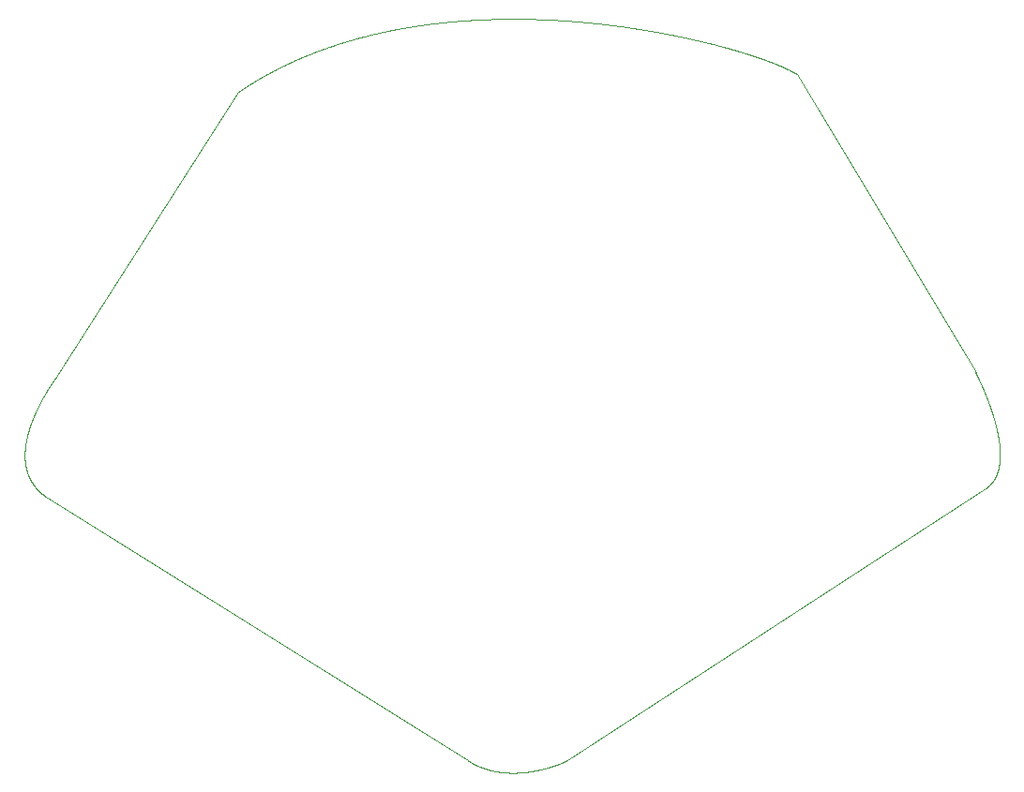
<source format=gbr>
%TF.GenerationSoftware,KiCad,Pcbnew,9.0.3-9.0.3-0~ubuntu24.04.1*%
%TF.CreationDate,2025-07-24T15:31:40-04:00*%
%TF.ProjectId,pathfinder,70617468-6669-46e6-9465-722e6b696361,rev?*%
%TF.SameCoordinates,Original*%
%TF.FileFunction,Profile,NP*%
%FSLAX46Y46*%
G04 Gerber Fmt 4.6, Leading zero omitted, Abs format (unit mm)*
G04 Created by KiCad (PCBNEW 9.0.3-9.0.3-0~ubuntu24.04.1) date 2025-07-24 15:31:40*
%MOMM*%
%LPD*%
G01*
G04 APERTURE LIST*
%ADD10C,0.050000*%
%TA.AperFunction,Profile*%
%ADD11C,0.050000*%
%TD*%
G04 APERTURE END LIST*
D10*
X159560000Y-29480000D02*
X159601648Y-29451792D01*
X159643358Y-29423639D01*
X159685129Y-29395541D01*
X159726961Y-29367498D01*
X159768855Y-29339510D01*
X159810810Y-29311577D01*
X159852827Y-29283700D01*
X159894906Y-29255877D01*
X159937046Y-29228110D01*
X159979248Y-29200397D01*
X160021512Y-29172740D01*
X160063838Y-29145137D01*
X160106225Y-29117590D01*
X160148675Y-29090098D01*
X160191186Y-29062661D01*
X160233760Y-29035279D01*
X160276396Y-29007953D01*
X160319094Y-28980681D01*
X160361854Y-28953465D01*
X160404676Y-28926303D01*
X160447561Y-28899197D01*
X160490508Y-28872146D01*
X160533518Y-28845150D01*
X160576590Y-28818210D01*
X160619725Y-28791324D01*
X160662922Y-28764494D01*
X160706182Y-28737719D01*
X160749505Y-28710999D01*
X160792891Y-28684334D01*
X160836339Y-28657725D01*
X160879851Y-28631171D01*
X160923425Y-28604672D01*
X160967063Y-28578228D01*
X161010763Y-28551840D01*
X161054527Y-28525507D01*
X161098353Y-28499229D01*
X161142244Y-28473006D01*
X161186197Y-28446839D01*
X161230214Y-28420727D01*
X161274294Y-28394671D01*
X161318438Y-28368670D01*
X161362645Y-28342724D01*
X161406916Y-28316834D01*
X161451250Y-28290999D01*
X161495649Y-28265219D01*
X161540111Y-28239495D01*
X161584637Y-28213826D01*
X161629226Y-28188213D01*
X161673880Y-28162656D01*
X161718598Y-28137153D01*
X161763380Y-28111707D01*
X161808225Y-28086316D01*
X161853136Y-28060980D01*
X161898110Y-28035700D01*
X161943149Y-28010476D01*
X161988252Y-27985307D01*
X162033419Y-27960194D01*
X162078651Y-27935136D01*
X162123947Y-27910135D01*
X162169309Y-27885188D01*
X162214734Y-27860298D01*
X162260225Y-27835463D01*
X162305780Y-27810684D01*
X162351400Y-27785961D01*
X162397085Y-27761294D01*
X162442835Y-27736682D01*
X162488650Y-27712126D01*
X162534530Y-27687626D01*
X162580475Y-27663182D01*
X162626485Y-27638794D01*
X162672561Y-27614462D01*
X162718702Y-27590185D01*
X162764908Y-27565965D01*
X162811179Y-27541801D01*
X162857517Y-27517692D01*
X162903919Y-27493640D01*
X162950388Y-27469644D01*
X162996922Y-27445704D01*
X163043521Y-27421820D01*
X163090187Y-27397992D01*
X163136918Y-27374220D01*
X163183715Y-27350505D01*
X163230578Y-27326845D01*
X163277508Y-27303242D01*
X163324503Y-27279696D01*
X163371564Y-27256205D01*
X163418692Y-27232771D01*
X163465886Y-27209393D01*
X163513146Y-27186072D01*
X163560473Y-27162807D01*
X163607866Y-27139598D01*
X163655325Y-27116446D01*
X163702851Y-27093351D01*
X163750444Y-27070312D01*
X163798104Y-27047329D01*
X163845830Y-27024404D01*
X163893623Y-27001534D01*
X163941482Y-26978722D01*
X163989409Y-26955966D01*
X164037403Y-26933267D01*
X164085464Y-26910624D01*
X164133591Y-26888039D01*
X164181786Y-26865510D01*
X164230049Y-26843038D01*
X164278378Y-26820623D01*
X164326775Y-26798265D01*
X164375239Y-26775964D01*
X164423771Y-26753719D01*
X164472370Y-26731532D01*
X164521037Y-26709402D01*
X164569771Y-26687329D01*
X164618573Y-26665313D01*
X164667443Y-26643355D01*
X164716380Y-26621453D01*
X164765386Y-26599609D01*
X164814459Y-26577822D01*
X164863601Y-26556092D01*
X164912810Y-26534420D01*
X164962088Y-26512805D01*
X165011433Y-26491247D01*
X165060847Y-26469747D01*
X165110330Y-26448304D01*
X165159880Y-26426919D01*
X165209499Y-26405592D01*
X165259186Y-26384322D01*
X165308942Y-26363110D01*
X165358767Y-26341955D01*
X165408660Y-26320859D01*
X165458622Y-26299820D01*
X165508652Y-26278838D01*
X165558752Y-26257915D01*
X165608920Y-26237050D01*
X165659157Y-26216242D01*
X165709463Y-26195493D01*
X165759838Y-26174801D01*
X165810283Y-26154168D01*
X165860796Y-26133592D01*
X165911379Y-26113075D01*
X165962031Y-26092616D01*
X166012752Y-26072216D01*
X166063542Y-26051873D01*
X166114402Y-26031589D01*
X166165332Y-26011363D01*
X166216331Y-25991196D01*
X166267400Y-25971087D01*
X166318538Y-25951037D01*
X166369746Y-25931045D01*
X166421024Y-25911112D01*
X166472372Y-25891237D01*
X166523789Y-25871422D01*
X166575277Y-25851665D01*
X166626835Y-25831966D01*
X166678462Y-25812327D01*
X166730160Y-25792746D01*
X166781928Y-25773225D01*
X166833766Y-25753762D01*
X166885674Y-25734358D01*
X166937653Y-25715014D01*
X166989702Y-25695728D01*
X167041822Y-25676502D01*
X167094012Y-25657335D01*
X167146273Y-25638227D01*
X167198604Y-25619179D01*
X167251006Y-25600190D01*
X167303478Y-25581260D01*
X167356022Y-25562390D01*
X167408636Y-25543579D01*
X167461321Y-25524828D01*
X167514077Y-25506137D01*
X167566904Y-25487505D01*
X167619802Y-25468933D01*
X167672772Y-25450421D01*
X167725812Y-25431968D01*
X167778924Y-25413576D01*
X167832106Y-25395243D01*
X167885360Y-25376971D01*
X167938686Y-25358758D01*
X167992083Y-25340606D01*
X168045551Y-25322514D01*
X168099091Y-25304482D01*
X168152702Y-25286510D01*
X168206385Y-25268598D01*
X168260140Y-25250747D01*
X168313967Y-25232957D01*
X168367865Y-25215227D01*
X168421835Y-25197557D01*
X168475877Y-25179948D01*
X168529990Y-25162400D01*
X168584176Y-25144913D01*
X168638434Y-25127486D01*
X168692764Y-25110120D01*
X168747166Y-25092815D01*
X168801640Y-25075571D01*
X168856186Y-25058388D01*
X168910805Y-25041266D01*
X168965496Y-25024205D01*
X169020259Y-25007206D01*
X169075094Y-24990267D01*
X169130003Y-24973390D01*
X169184983Y-24956575D01*
X169240036Y-24939820D01*
X169295162Y-24923128D01*
X169350360Y-24906496D01*
X169405631Y-24889927D01*
X169460975Y-24873419D01*
X169516392Y-24856973D01*
X169571881Y-24840588D01*
X169627443Y-24824266D01*
X169683078Y-24808005D01*
X169738787Y-24791806D01*
X169794568Y-24775670D01*
X169850422Y-24759595D01*
X169906349Y-24743583D01*
X169962349Y-24727633D01*
X170018423Y-24711745D01*
X170074570Y-24695920D01*
X170130790Y-24680157D01*
X170187083Y-24664457D01*
X170243449Y-24648819D01*
X170299889Y-24633243D01*
X170356403Y-24617731D01*
X170412990Y-24602281D01*
X170469650Y-24586894D01*
X170526384Y-24571570D01*
X170583192Y-24556309D01*
X170640073Y-24541110D01*
X170697027Y-24525975D01*
X170754056Y-24510903D01*
X170811158Y-24495895D01*
X170868334Y-24480949D01*
X170925584Y-24466067D01*
X170982907Y-24451249D01*
X171040305Y-24436493D01*
X171097776Y-24421802D01*
X171155322Y-24407174D01*
X171212941Y-24392610D01*
X171270634Y-24378109D01*
X171328402Y-24363672D01*
X171386243Y-24349300D01*
X171444159Y-24334991D01*
X171502149Y-24320746D01*
X171560213Y-24306565D01*
X171618351Y-24292449D01*
X171676564Y-24278397D01*
X171734851Y-24264409D01*
X171793212Y-24250485D01*
X171851647Y-24236626D01*
X171910157Y-24222832D01*
X171968741Y-24209102D01*
X172027400Y-24195437D01*
X172086133Y-24181836D01*
X172144941Y-24168301D01*
X172203823Y-24154830D01*
X172262780Y-24141424D01*
X172321811Y-24128083D01*
X172380917Y-24114808D01*
X172440098Y-24101597D01*
X172499353Y-24088452D01*
X172558683Y-24075372D01*
X172618088Y-24062358D01*
X172677567Y-24049409D01*
X172737122Y-24036525D01*
X172796751Y-24023708D01*
X172856454Y-24010955D01*
X172916233Y-23998269D01*
X172976087Y-23985649D01*
X173036015Y-23973094D01*
X173096018Y-23960606D01*
X173156096Y-23948183D01*
X173216250Y-23935827D01*
X173276478Y-23923537D01*
X173336781Y-23911313D01*
X173397159Y-23899156D01*
X173457612Y-23887065D01*
X173518140Y-23875040D01*
X173578743Y-23863083D01*
X173639421Y-23851191D01*
X173700174Y-23839367D01*
X173761003Y-23827610D01*
X173821906Y-23815919D01*
X173882885Y-23804295D01*
X173943938Y-23792739D01*
X174005067Y-23781250D01*
X174066271Y-23769828D01*
X174127550Y-23758473D01*
X174188905Y-23747185D01*
X174250334Y-23735965D01*
X174311839Y-23724813D01*
X174373419Y-23713728D01*
X174435074Y-23702711D01*
X174496804Y-23691762D01*
X174558610Y-23680880D01*
X174620491Y-23670067D01*
X174682447Y-23659321D01*
X174744478Y-23648644D01*
X174806584Y-23638035D01*
X174868766Y-23627494D01*
X174931023Y-23617021D01*
X174993355Y-23606617D01*
X175055763Y-23596281D01*
X175118246Y-23586014D01*
X175180804Y-23575816D01*
X175243437Y-23565686D01*
X175306145Y-23555625D01*
X175368929Y-23545633D01*
X175431788Y-23535710D01*
X175494722Y-23525856D01*
X175557732Y-23516071D01*
X175620816Y-23506356D01*
X175683976Y-23496710D01*
X175747211Y-23487133D01*
X175810521Y-23477625D01*
X175873907Y-23468188D01*
X175937368Y-23458819D01*
X176000903Y-23449521D01*
X176064514Y-23440292D01*
X176128200Y-23431134D01*
X176191962Y-23422045D01*
X176255798Y-23413026D01*
X176319710Y-23404077D01*
X176383696Y-23395199D01*
X176447758Y-23386391D01*
X176511894Y-23377653D01*
X176576106Y-23368986D01*
X176640393Y-23360389D01*
X176704755Y-23351863D01*
X176769191Y-23343408D01*
X176833703Y-23335023D01*
X176898290Y-23326710D01*
X176962951Y-23318467D01*
X177027688Y-23310295D01*
X177092499Y-23302195D01*
X177157385Y-23294165D01*
X177222346Y-23286207D01*
X177287381Y-23278321D01*
X177352492Y-23270506D01*
X177417677Y-23262762D01*
X177482937Y-23255090D01*
X177548271Y-23247490D01*
X177613680Y-23239962D01*
X177679164Y-23232505D01*
X177744722Y-23225121D01*
X177810355Y-23217808D01*
X177876062Y-23210568D01*
X177941843Y-23203400D01*
X178007699Y-23196304D01*
X178073629Y-23189281D01*
X178139634Y-23182330D01*
X178205713Y-23175451D01*
X178271866Y-23168646D01*
X178338093Y-23161913D01*
X178404394Y-23155253D01*
X178470770Y-23148665D01*
X178537219Y-23142151D01*
X178603742Y-23135710D01*
X178670340Y-23129342D01*
X178737011Y-23123047D01*
X178803756Y-23116826D01*
X178870574Y-23110678D01*
X178937467Y-23104604D01*
X179004433Y-23098603D01*
X179071473Y-23092676D01*
X179138586Y-23086822D01*
X179205772Y-23081043D01*
X179273032Y-23075337D01*
X179340366Y-23069705D01*
X179407772Y-23064148D01*
X179475252Y-23058664D01*
X179542805Y-23053255D01*
X179610431Y-23047920D01*
X179678130Y-23042660D01*
X179745902Y-23037474D01*
X179813746Y-23032363D01*
X179881664Y-23027326D01*
X179949654Y-23022365D01*
X180017717Y-23017478D01*
X180085852Y-23012666D01*
X180154060Y-23007929D01*
X180222340Y-23003267D01*
X180290692Y-22998680D01*
X180359117Y-22994169D01*
X180427614Y-22989733D01*
X180496182Y-22985373D01*
X180564823Y-22981088D01*
X180633535Y-22976878D01*
X180702320Y-22972744D01*
X180771176Y-22968686D01*
X180840103Y-22964704D01*
X180909102Y-22960798D01*
X180978172Y-22956968D01*
X181047314Y-22953214D01*
X181116526Y-22949536D01*
X181185810Y-22945935D01*
X181255165Y-22942410D01*
X181324590Y-22938961D01*
X181394086Y-22935589D01*
X181463653Y-22932293D01*
X181533290Y-22929074D01*
X181602998Y-22925932D01*
X181672776Y-22922867D01*
X181742624Y-22919879D01*
X181812542Y-22916967D01*
X181882530Y-22914133D01*
X181952588Y-22911376D01*
X182022716Y-22908696D01*
X182092913Y-22906094D01*
X182163179Y-22903569D01*
X182233515Y-22901121D01*
X182303919Y-22898751D01*
X182374393Y-22896459D01*
X182444936Y-22894245D01*
X182515547Y-22892108D01*
X182586227Y-22890049D01*
X182656975Y-22888068D01*
X182727792Y-22886165D01*
X182798677Y-22884341D01*
X182869630Y-22882594D01*
X182940650Y-22880926D01*
X183011739Y-22879336D01*
X183082894Y-22877825D01*
X183154118Y-22876392D01*
X183225408Y-22875038D01*
X183296765Y-22873762D01*
X183368190Y-22872566D01*
X183439681Y-22871448D01*
X183511238Y-22870409D01*
X183582862Y-22869449D01*
X183654552Y-22868567D01*
X183726308Y-22867766D01*
X183798130Y-22867043D01*
X183870018Y-22866399D01*
X183941971Y-22865835D01*
X184013990Y-22865351D01*
X184086073Y-22864945D01*
X184158222Y-22864620D01*
X184230435Y-22864374D01*
X184302713Y-22864208D01*
X184375055Y-22864121D01*
X184447461Y-22864115D01*
X184519931Y-22864188D01*
X184592465Y-22864341D01*
X184665062Y-22864575D01*
X184737722Y-22864888D01*
X184810446Y-22865282D01*
X184883233Y-22865756D01*
X184956082Y-22866310D01*
X185028993Y-22866945D01*
X185101967Y-22867660D01*
X185175003Y-22868456D01*
X185248100Y-22869332D01*
X185321259Y-22870289D01*
X185394480Y-22871327D01*
X185467761Y-22872445D01*
X185541103Y-22873645D01*
X185614505Y-22874925D01*
X185687968Y-22876286D01*
X185761491Y-22877729D01*
X185835074Y-22879252D01*
X185908716Y-22880857D01*
X185982418Y-22882543D01*
X186056178Y-22884310D01*
X186129998Y-22886159D01*
X186203875Y-22888089D01*
X186277811Y-22890100D01*
X186351805Y-22892193D01*
X186425857Y-22894368D01*
X186499965Y-22896624D01*
X186574131Y-22898962D01*
X186648354Y-22901381D01*
X186722633Y-22903883D01*
X186796968Y-22906466D01*
X186871360Y-22909131D01*
X186945806Y-22911878D01*
X187020308Y-22914708D01*
X187094866Y-22917619D01*
X187169477Y-22920612D01*
X187244143Y-22923688D01*
X187318863Y-22926846D01*
X187393637Y-22930086D01*
X187468464Y-22933408D01*
X187543344Y-22936813D01*
X187618277Y-22940300D01*
X187693262Y-22943869D01*
X187768299Y-22947521D01*
X187843388Y-22951256D01*
X187918528Y-22955073D01*
X187993719Y-22958973D01*
X188068960Y-22962955D01*
X188144252Y-22967020D01*
X188219593Y-22971168D01*
X188294984Y-22975398D01*
X188370424Y-22979712D01*
X188445913Y-22984108D01*
X188521450Y-22988587D01*
X188597035Y-22993149D01*
X188672668Y-22997794D01*
X188748348Y-23002522D01*
X188824074Y-23007332D01*
X188899847Y-23012226D01*
X188975665Y-23017203D01*
X189051529Y-23022263D01*
X189127439Y-23027406D01*
X189203392Y-23032632D01*
X189279390Y-23037941D01*
X189355432Y-23043334D01*
X189431517Y-23048809D01*
X189507645Y-23054368D01*
X189583815Y-23060010D01*
X189660028Y-23065736D01*
X189736282Y-23071544D01*
X189812576Y-23077436D01*
X189888912Y-23083411D01*
X189965287Y-23089470D01*
X190041702Y-23095611D01*
X190118157Y-23101836D01*
X190194649Y-23108145D01*
X190271180Y-23114536D01*
X190347749Y-23121011D01*
X190424354Y-23127570D01*
X190500997Y-23134211D01*
X190577675Y-23140936D01*
X190654389Y-23147745D01*
X190731138Y-23154636D01*
X190807921Y-23161611D01*
X190884738Y-23168669D01*
X190961589Y-23175811D01*
X191038472Y-23183036D01*
X191115388Y-23190344D01*
X191192335Y-23197735D01*
X191269313Y-23205210D01*
X191346322Y-23212768D01*
X191423361Y-23220409D01*
X191500429Y-23228134D01*
X191577526Y-23235941D01*
X191654651Y-23243832D01*
X191731804Y-23251806D01*
X191808983Y-23259863D01*
X191886189Y-23268003D01*
X191963421Y-23276226D01*
X192040677Y-23284532D01*
X192117958Y-23292921D01*
X192195262Y-23301393D01*
X192272590Y-23309948D01*
X192349940Y-23318586D01*
X192427311Y-23327306D01*
X192504704Y-23336110D01*
X192582117Y-23344996D01*
X192659549Y-23353965D01*
X192737000Y-23363016D01*
X192814470Y-23372150D01*
X192891957Y-23381366D01*
X192969461Y-23390665D01*
X193046981Y-23400047D01*
X193124516Y-23409510D01*
X193202066Y-23419056D01*
X193279629Y-23428684D01*
X193357206Y-23438394D01*
X193434794Y-23448187D01*
X193512394Y-23458061D01*
X193590005Y-23468017D01*
X193667626Y-23478055D01*
X193745256Y-23488175D01*
X193822893Y-23498376D01*
X193900539Y-23508659D01*
X193978190Y-23519023D01*
X194055848Y-23529469D01*
X194133510Y-23539996D01*
X194211177Y-23550604D01*
X194288846Y-23561293D01*
X194366518Y-23572063D01*
X194444191Y-23582914D01*
X194521865Y-23593846D01*
X194599538Y-23604858D01*
X194677210Y-23615951D01*
X194754879Y-23627124D01*
X194832546Y-23638377D01*
X194910208Y-23649711D01*
X194987865Y-23661124D01*
X195065516Y-23672617D01*
X195143160Y-23684190D01*
X195220795Y-23695843D01*
X195298422Y-23707575D01*
X195376039Y-23719386D01*
X195453644Y-23731277D01*
X195531238Y-23743246D01*
X195608818Y-23755294D01*
X195686384Y-23767421D01*
X195763935Y-23779626D01*
X195841470Y-23791910D01*
X195918987Y-23804272D01*
X195996485Y-23816711D01*
X196073964Y-23829229D01*
X196151423Y-23841823D01*
X196228859Y-23854496D01*
X196306273Y-23867245D01*
X196383662Y-23880072D01*
X196461026Y-23892975D01*
X196538364Y-23905955D01*
X196615674Y-23919011D01*
X196692955Y-23932143D01*
X196770206Y-23945351D01*
X196847425Y-23958635D01*
X196924612Y-23971994D01*
X197001766Y-23985429D01*
X197078884Y-23998939D01*
X197155966Y-24012523D01*
X197233011Y-24026181D01*
X197310016Y-24039914D01*
X197386981Y-24053721D01*
X197463905Y-24067602D01*
X197540786Y-24081556D01*
X197617623Y-24095583D01*
X197694414Y-24109683D01*
X197771158Y-24123856D01*
X197847854Y-24138100D01*
X197924500Y-24152417D01*
X198001095Y-24166806D01*
X198077637Y-24181266D01*
X198154125Y-24195797D01*
X198230558Y-24210399D01*
X198306934Y-24225071D01*
X198383251Y-24239813D01*
X198459508Y-24254625D01*
X198535704Y-24269506D01*
X198611837Y-24284457D01*
X198687905Y-24299476D01*
X198763907Y-24314564D01*
X198839841Y-24329719D01*
X198915706Y-24344942D01*
X198991500Y-24360233D01*
X199067221Y-24375590D01*
X199142868Y-24391013D01*
X199218440Y-24406503D01*
X199293933Y-24422058D01*
X199369348Y-24437679D01*
X199444682Y-24453364D01*
X199519933Y-24469113D01*
X199595099Y-24484927D01*
X199670180Y-24500804D01*
X199745172Y-24516744D01*
X199820075Y-24532747D01*
X199894887Y-24548811D01*
X199969605Y-24564938D01*
X200044229Y-24581125D01*
X200118755Y-24597373D01*
X200193182Y-24613682D01*
X200267509Y-24630050D01*
X200341733Y-24646477D01*
X200415853Y-24662963D01*
X200489866Y-24679507D01*
X200563771Y-24696109D01*
X200637565Y-24712767D01*
X200711248Y-24729483D01*
X200784816Y-24746254D01*
X200858267Y-24763080D01*
X200931600Y-24779962D01*
X201004813Y-24796897D01*
X201077904Y-24813886D01*
X201150869Y-24830928D01*
X201223709Y-24848023D01*
X201296419Y-24865169D01*
X201368998Y-24882367D01*
X201441445Y-24899615D01*
X201513756Y-24916913D01*
X201585930Y-24934260D01*
X201657964Y-24951656D01*
X201729857Y-24969099D01*
X201801606Y-24986590D01*
X201873208Y-25004128D01*
X201944661Y-25021711D01*
X202015964Y-25039339D01*
X202087114Y-25057012D01*
X202158108Y-25074728D01*
X202228945Y-25092487D01*
X202299621Y-25110289D01*
X202370135Y-25128131D01*
X202440484Y-25146015D01*
X202510666Y-25163938D01*
X202580678Y-25181900D01*
X202650517Y-25199901D01*
X202720183Y-25217939D01*
X202789671Y-25236013D01*
X202858980Y-25254124D01*
X202928107Y-25272269D01*
X202997049Y-25290449D01*
X203065805Y-25308662D01*
X203134371Y-25326907D01*
X203202745Y-25345183D01*
X203270924Y-25363491D01*
X203338906Y-25381827D01*
X203372829Y-25391009D01*
X203406688Y-25400193D01*
X203440510Y-25409388D01*
X203474268Y-25418587D01*
X203507988Y-25427796D01*
X203541642Y-25437007D01*
X203575259Y-25446229D01*
X203608809Y-25455454D01*
X203642321Y-25464688D01*
X203675766Y-25473925D01*
X203709172Y-25483172D01*
X203742510Y-25492421D01*
X203775808Y-25501679D01*
X203809038Y-25510939D01*
X203842227Y-25520209D01*
X203875348Y-25529480D01*
X203908427Y-25538760D01*
X203941438Y-25548042D01*
X203974404Y-25557332D01*
X204007303Y-25566624D01*
X204040157Y-25575924D01*
X204072942Y-25585225D01*
X204105682Y-25594534D01*
X204138352Y-25603844D01*
X204170976Y-25613161D01*
X204203530Y-25622480D01*
X204236037Y-25631806D01*
X204268474Y-25641132D01*
X204300862Y-25650465D01*
X204333181Y-25659799D01*
X204365449Y-25669139D01*
X204397647Y-25678480D01*
X204429794Y-25687826D01*
X204461871Y-25697173D01*
X204493895Y-25706526D01*
X204525849Y-25715879D01*
X204557750Y-25725236D01*
X204589579Y-25734594D01*
X204621354Y-25743957D01*
X204653058Y-25753320D01*
X204684707Y-25762687D01*
X204716283Y-25772053D01*
X204747804Y-25781424D01*
X204779252Y-25790794D01*
X204810643Y-25800168D01*
X204841961Y-25809541D01*
X204873221Y-25818917D01*
X204904408Y-25828293D01*
X204935535Y-25837671D01*
X204966590Y-25847048D01*
X204997584Y-25856428D01*
X205028504Y-25865806D01*
X205059363Y-25875187D01*
X205090148Y-25884566D01*
X205120870Y-25893947D01*
X205151518Y-25903326D01*
X205182103Y-25912706D01*
X205212613Y-25922085D01*
X205243058Y-25931464D01*
X205273428Y-25940841D01*
X205303732Y-25950219D01*
X205333962Y-25959595D01*
X205364124Y-25968970D01*
X205394211Y-25978344D01*
X205424229Y-25987716D01*
X205454173Y-25997087D01*
X205484047Y-26006456D01*
X205513845Y-26015823D01*
X205543572Y-26025188D01*
X205573224Y-26034550D01*
X205602804Y-26043911D01*
X205632307Y-26053268D01*
X205661738Y-26062624D01*
X205691093Y-26071976D01*
X205720373Y-26081325D01*
X205749577Y-26090671D01*
X205778705Y-26100014D01*
X205807757Y-26109353D01*
X205836732Y-26118688D01*
X205865631Y-26128020D01*
X205894452Y-26137348D01*
X205923195Y-26146671D01*
X205951860Y-26155991D01*
X205980448Y-26165306D01*
X206008955Y-26174616D01*
X206037385Y-26183921D01*
X206065735Y-26193222D01*
X206094006Y-26202517D01*
X206122195Y-26211807D01*
X206150306Y-26221092D01*
X206178335Y-26230371D01*
X206206284Y-26239644D01*
X206234150Y-26248911D01*
X206261937Y-26258173D01*
X206289638Y-26267427D01*
X206317261Y-26276677D01*
X206344798Y-26285918D01*
X206372255Y-26295154D01*
X206399626Y-26304381D01*
X206426916Y-26313603D01*
X206454119Y-26322816D01*
X206481242Y-26332024D01*
X206508275Y-26341222D01*
X206535229Y-26350414D01*
X206562092Y-26359596D01*
X206588875Y-26368772D01*
X206615567Y-26377938D01*
X206642179Y-26387097D01*
X206668698Y-26396246D01*
X206695137Y-26405388D01*
X206721482Y-26414518D01*
X206747746Y-26423643D01*
X206773916Y-26432755D01*
X206800006Y-26441860D01*
X206825999Y-26450954D01*
X206851912Y-26460040D01*
X206877728Y-26469113D01*
X206903463Y-26478179D01*
X206929101Y-26487232D01*
X206954657Y-26496277D01*
X206980115Y-26505309D01*
X207005491Y-26514333D01*
X207030768Y-26523343D01*
X207055963Y-26532345D01*
X207081058Y-26541332D01*
X207106071Y-26550312D01*
X207130983Y-26559276D01*
X207155813Y-26568232D01*
X207180540Y-26577172D01*
X207205186Y-26586104D01*
X207229728Y-26595019D01*
X207254188Y-26603927D01*
X207278544Y-26612817D01*
X207302818Y-26621699D01*
X207326987Y-26630563D01*
X207351074Y-26639419D01*
X207375054Y-26648257D01*
X207398952Y-26657086D01*
X207422743Y-26665896D01*
X207446452Y-26674698D01*
X207470053Y-26683481D01*
X207493572Y-26692255D01*
X207516982Y-26701009D01*
X207540310Y-26709754D01*
X207563527Y-26718479D01*
X207586663Y-26727194D01*
X207609688Y-26735889D01*
X207632631Y-26744575D01*
X207655462Y-26753239D01*
X207678211Y-26761894D01*
X207700848Y-26770528D01*
X207723402Y-26779151D01*
X207745844Y-26787753D01*
X207768203Y-26796344D01*
X207790448Y-26804914D01*
X207812612Y-26813473D01*
X207834660Y-26822009D01*
X207856626Y-26830534D01*
X207878477Y-26839037D01*
X207900246Y-26847529D01*
X207921899Y-26855997D01*
X207943470Y-26864454D01*
X207964923Y-26872887D01*
X207986295Y-26881310D01*
X208007549Y-26889707D01*
X208028722Y-26898094D01*
X208049776Y-26906455D01*
X208070749Y-26914806D01*
X208091602Y-26923130D01*
X208112374Y-26931444D01*
X208133026Y-26939731D01*
X208153597Y-26948007D01*
X208174047Y-26956256D01*
X208194417Y-26964494D01*
X208214665Y-26972704D01*
X208234832Y-26980904D01*
X208254878Y-26989075D01*
X208274842Y-26997235D01*
X208294685Y-27005367D01*
X208314447Y-27013487D01*
X208334086Y-27021578D01*
X208353644Y-27029658D01*
X208373080Y-27037709D01*
X208392435Y-27045748D01*
X208411666Y-27053757D01*
X208430817Y-27061754D01*
X208449845Y-27069722D01*
X208468791Y-27077677D01*
X208487614Y-27085602D01*
X208506356Y-27093515D01*
X208524974Y-27101397D01*
X208543512Y-27109267D01*
X208561925Y-27117106D01*
X208580258Y-27124932D01*
X208598466Y-27132727D01*
X208616594Y-27140509D01*
X208634597Y-27148259D01*
X208652520Y-27155997D01*
X208670318Y-27163702D01*
X208688036Y-27171394D01*
X208705629Y-27179054D01*
X208723142Y-27186701D01*
X208740529Y-27194315D01*
X208757837Y-27201917D01*
X208775019Y-27209484D01*
X208792122Y-27217039D01*
X208809099Y-27224560D01*
X208825998Y-27232068D01*
X208842769Y-27239541D01*
X208859463Y-27247002D01*
X208876030Y-27254428D01*
X208892519Y-27261841D01*
X208908882Y-27269219D01*
X208925166Y-27276584D01*
X208941324Y-27283913D01*
X208957405Y-27291229D01*
X208973359Y-27298510D01*
X208989235Y-27305778D01*
X209004986Y-27313009D01*
X209020659Y-27320227D01*
X209036205Y-27327409D01*
X209051675Y-27334578D01*
X209067019Y-27341710D01*
X209082286Y-27348828D01*
X209097426Y-27355910D01*
X209112491Y-27362978D01*
X209127430Y-27370009D01*
X209142293Y-27377027D01*
X209157029Y-27384007D01*
X209171691Y-27390974D01*
X209186226Y-27397902D01*
X209200686Y-27404818D01*
X209215021Y-27411695D01*
X209229281Y-27418559D01*
X209243416Y-27425385D01*
X209257476Y-27432197D01*
X209271411Y-27438970D01*
X209285273Y-27445730D01*
X209299009Y-27452451D01*
X209312672Y-27459159D01*
X209326210Y-27465827D01*
X209339675Y-27472482D01*
X209353016Y-27479098D01*
X209366284Y-27485700D01*
X209379428Y-27492263D01*
X209392500Y-27498812D01*
X209405448Y-27505321D01*
X209418324Y-27511817D01*
X209431078Y-27518273D01*
X209443759Y-27524715D01*
X209456319Y-27531118D01*
X209468807Y-27537507D01*
X209481173Y-27543855D01*
X209493468Y-27550190D01*
X209505642Y-27556485D01*
X209517745Y-27562766D01*
X209529727Y-27569007D01*
X209541640Y-27575233D01*
X209553432Y-27581420D01*
X209565155Y-27587593D01*
X209576757Y-27593725D01*
X209588291Y-27599843D01*
X209599705Y-27605921D01*
X209611051Y-27611985D01*
X209622278Y-27618008D01*
X209633438Y-27624017D01*
X209644479Y-27629986D01*
X209655453Y-27635941D01*
X209666309Y-27641855D01*
X209677098Y-27647755D01*
X209687771Y-27653614D01*
X209698377Y-27659459D01*
X209708867Y-27665264D01*
X209719291Y-27671055D01*
X209729599Y-27676804D01*
X209739842Y-27682540D01*
X209749971Y-27688235D01*
X209760035Y-27693916D01*
X209769984Y-27699556D01*
X209779870Y-27705182D01*
X209789642Y-27710767D01*
X209799350Y-27716339D01*
X209808946Y-27721869D01*
X209818479Y-27727386D01*
X209827901Y-27732862D01*
X209837259Y-27738324D01*
X209846507Y-27743745D01*
X209855693Y-27749152D01*
X209864768Y-27754518D01*
X209873783Y-27759871D01*
X209882688Y-27765183D01*
X209891532Y-27770481D01*
X209900268Y-27775738D01*
X209908943Y-27780982D01*
X209917512Y-27786184D01*
X209926020Y-27791374D01*
X209934422Y-27796522D01*
X209942765Y-27801657D01*
X209951002Y-27806751D01*
X209959181Y-27811832D01*
X209967255Y-27816872D01*
X209975271Y-27821899D01*
X209983183Y-27826885D01*
X209991038Y-27831858D01*
X209998790Y-27836790D01*
X210006485Y-27841710D01*
X210014079Y-27846588D01*
X210021617Y-27851454D01*
X210029053Y-27856279D01*
X210036434Y-27861091D01*
X210050000Y-27870000D01*
D11*
X226200549Y-54770000D02*
X210050000Y-27870000D01*
D10*
X227040000Y-65310000D02*
X227046209Y-65305885D01*
X227052401Y-65301756D01*
X227058579Y-65297614D01*
X227064739Y-65293459D01*
X227070884Y-65289290D01*
X227077013Y-65285109D01*
X227083126Y-65280913D01*
X227089223Y-65276705D01*
X227095305Y-65272482D01*
X227101370Y-65268247D01*
X227107421Y-65263998D01*
X227113455Y-65259736D01*
X227119474Y-65255460D01*
X227125476Y-65251171D01*
X227131464Y-65246868D01*
X227137436Y-65242553D01*
X227143392Y-65238223D01*
X227149332Y-65233880D01*
X227155258Y-65229524D01*
X227161167Y-65225155D01*
X227172941Y-65216375D01*
X227184652Y-65207542D01*
X227196303Y-65198654D01*
X227207892Y-65189713D01*
X227219421Y-65180718D01*
X227230889Y-65171668D01*
X227242297Y-65162565D01*
X227253644Y-65153407D01*
X227264931Y-65144195D01*
X227276159Y-65134929D01*
X227287327Y-65125608D01*
X227298436Y-65116232D01*
X227309485Y-65106802D01*
X227320476Y-65097317D01*
X227331408Y-65087778D01*
X227342281Y-65078183D01*
X227353096Y-65068533D01*
X227363852Y-65058829D01*
X227374551Y-65049068D01*
X227385191Y-65039253D01*
X227395774Y-65029382D01*
X227406300Y-65019455D01*
X227416767Y-65009473D01*
X227427178Y-64999435D01*
X227437532Y-64989341D01*
X227447829Y-64979190D01*
X227458069Y-64968983D01*
X227468252Y-64958720D01*
X227478379Y-64948401D01*
X227488450Y-64938024D01*
X227498464Y-64927591D01*
X227508423Y-64917100D01*
X227518325Y-64906553D01*
X227528172Y-64895948D01*
X227537963Y-64885285D01*
X227547698Y-64874565D01*
X227557378Y-64863787D01*
X227567003Y-64852951D01*
X227576572Y-64842057D01*
X227586087Y-64831104D01*
X227595546Y-64820093D01*
X227604951Y-64809023D01*
X227614300Y-64797894D01*
X227623595Y-64786706D01*
X227632836Y-64775459D01*
X227642022Y-64764152D01*
X227651153Y-64752785D01*
X227660230Y-64741358D01*
X227669253Y-64729872D01*
X227678221Y-64718324D01*
X227687135Y-64706716D01*
X227695996Y-64695048D01*
X227704802Y-64683318D01*
X227713554Y-64671527D01*
X227722252Y-64659675D01*
X227730896Y-64647761D01*
X227739487Y-64635785D01*
X227748024Y-64623747D01*
X227756507Y-64611646D01*
X227764936Y-64599483D01*
X227773311Y-64587257D01*
X227781633Y-64574968D01*
X227789902Y-64562615D01*
X227798116Y-64550199D01*
X227806277Y-64537719D01*
X227814385Y-64525175D01*
X227822439Y-64512566D01*
X227830439Y-64499893D01*
X227838386Y-64487155D01*
X227846279Y-64474352D01*
X227854118Y-64461483D01*
X227861904Y-64448549D01*
X227869637Y-64435548D01*
X227877316Y-64422481D01*
X227884941Y-64409348D01*
X227892512Y-64396148D01*
X227900030Y-64382881D01*
X227907494Y-64369546D01*
X227914905Y-64356144D01*
X227922261Y-64342674D01*
X227929564Y-64329135D01*
X227936813Y-64315529D01*
X227944008Y-64301853D01*
X227951149Y-64288108D01*
X227958236Y-64274293D01*
X227965269Y-64260409D01*
X227972247Y-64246455D01*
X227979172Y-64232430D01*
X227986042Y-64218335D01*
X227992858Y-64204169D01*
X227999620Y-64189932D01*
X228006327Y-64175623D01*
X228012979Y-64161242D01*
X228019577Y-64146788D01*
X228026120Y-64132263D01*
X228032608Y-64117664D01*
X228039041Y-64102992D01*
X228045419Y-64088247D01*
X228051742Y-64073428D01*
X228058010Y-64058534D01*
X228064222Y-64043566D01*
X228070379Y-64028524D01*
X228076480Y-64013406D01*
X228082525Y-63998212D01*
X228088515Y-63982943D01*
X228094448Y-63967597D01*
X228100325Y-63952175D01*
X228106146Y-63936676D01*
X228111911Y-63921100D01*
X228117619Y-63905446D01*
X228123271Y-63889715D01*
X228128865Y-63873905D01*
X228134403Y-63858016D01*
X228139883Y-63842049D01*
X228145307Y-63826002D01*
X228150672Y-63809875D01*
X228155980Y-63793669D01*
X228161231Y-63777382D01*
X228166423Y-63761014D01*
X228171557Y-63744565D01*
X228176633Y-63728035D01*
X228181650Y-63711423D01*
X228186609Y-63694728D01*
X228191508Y-63677951D01*
X228196349Y-63661092D01*
X228201130Y-63644148D01*
X228205852Y-63627121D01*
X228210515Y-63610011D01*
X228215117Y-63592815D01*
X228219659Y-63575535D01*
X228224141Y-63558170D01*
X228228563Y-63540719D01*
X228232924Y-63523182D01*
X228237224Y-63505559D01*
X228241462Y-63487849D01*
X228245640Y-63470053D01*
X228249755Y-63452168D01*
X228253809Y-63434196D01*
X228257801Y-63416136D01*
X228261731Y-63397987D01*
X228265598Y-63379750D01*
X228269402Y-63361423D01*
X228273143Y-63343006D01*
X228276821Y-63324499D01*
X228280435Y-63305902D01*
X228283986Y-63287213D01*
X228287472Y-63268434D01*
X228290894Y-63249562D01*
X228294252Y-63230599D01*
X228297545Y-63211544D01*
X228300773Y-63192395D01*
X228303935Y-63173153D01*
X228307032Y-63153818D01*
X228310062Y-63134389D01*
X228313027Y-63114865D01*
X228315925Y-63095246D01*
X228318757Y-63075533D01*
X228321521Y-63055723D01*
X228324218Y-63035818D01*
X228326847Y-63015817D01*
X228329409Y-62995718D01*
X228331902Y-62975523D01*
X228334327Y-62955230D01*
X228336683Y-62934839D01*
X228338969Y-62914350D01*
X228341187Y-62893762D01*
X228343334Y-62873074D01*
X228345412Y-62852288D01*
X228347419Y-62831401D01*
X228349356Y-62810414D01*
X228351221Y-62789327D01*
X228353015Y-62768138D01*
X228354738Y-62746848D01*
X228356389Y-62725456D01*
X228357967Y-62703962D01*
X228359473Y-62682365D01*
X228360906Y-62660665D01*
X228362265Y-62638861D01*
X228363551Y-62616954D01*
X228364763Y-62594942D01*
X228365900Y-62572826D01*
X228366963Y-62550605D01*
X228367951Y-62528278D01*
X228368864Y-62505846D01*
X228369701Y-62483307D01*
X228370462Y-62460661D01*
X228371146Y-62437909D01*
X228371754Y-62415049D01*
X228372285Y-62392081D01*
X228372738Y-62369006D01*
X228373114Y-62345821D01*
X228373411Y-62322528D01*
X228373630Y-62299125D01*
X228373769Y-62275613D01*
X228373830Y-62251991D01*
X228373811Y-62228258D01*
X228373712Y-62204414D01*
X228373532Y-62180459D01*
X228373272Y-62156392D01*
X228372930Y-62132213D01*
X228372507Y-62107922D01*
X228372002Y-62083518D01*
X228371415Y-62059001D01*
X228370745Y-62034370D01*
X228369992Y-62009626D01*
X228369156Y-61984767D01*
X228368236Y-61959793D01*
X228367231Y-61934705D01*
X228366142Y-61909501D01*
X228364968Y-61884181D01*
X228363709Y-61858745D01*
X228362364Y-61833193D01*
X228360933Y-61807523D01*
X228359415Y-61781737D01*
X228357810Y-61755833D01*
X228356117Y-61729811D01*
X228354337Y-61703670D01*
X228352469Y-61677411D01*
X228350512Y-61651033D01*
X228348466Y-61624536D01*
X228346331Y-61597919D01*
X228344106Y-61571182D01*
X228341791Y-61544324D01*
X228339385Y-61517346D01*
X228336888Y-61490247D01*
X228334300Y-61463026D01*
X228331620Y-61435683D01*
X228328847Y-61408219D01*
X228325982Y-61380632D01*
X228323024Y-61352922D01*
X228319973Y-61325089D01*
X228316827Y-61297133D01*
X228313587Y-61269053D01*
X228310253Y-61240850D01*
X228306823Y-61212522D01*
X228303298Y-61184069D01*
X228299676Y-61155491D01*
X228295959Y-61126788D01*
X228292144Y-61097960D01*
X228288232Y-61069006D01*
X228284223Y-61039925D01*
X228280116Y-61010719D01*
X228275910Y-60981385D01*
X228271605Y-60951925D01*
X228267201Y-60922338D01*
X228262697Y-60892623D01*
X228258093Y-60862780D01*
X228253388Y-60832809D01*
X228248582Y-60802710D01*
X228243675Y-60772483D01*
X228238666Y-60742127D01*
X228233555Y-60711641D01*
X228228341Y-60681027D01*
X228223025Y-60650283D01*
X228217604Y-60619409D01*
X228212080Y-60588406D01*
X228206451Y-60557272D01*
X228200718Y-60526008D01*
X228194880Y-60494614D01*
X228188936Y-60463089D01*
X228182886Y-60431433D01*
X228176730Y-60399646D01*
X228170467Y-60367727D01*
X228164097Y-60335678D01*
X228157619Y-60303496D01*
X228151033Y-60271183D01*
X228144339Y-60238738D01*
X228137536Y-60206161D01*
X228130624Y-60173452D01*
X228123603Y-60140610D01*
X228116471Y-60107636D01*
X228109229Y-60074530D01*
X228101876Y-60041291D01*
X228094413Y-60007919D01*
X228086837Y-59974415D01*
X228079150Y-59940778D01*
X228071351Y-59907008D01*
X228063439Y-59873104D01*
X228055414Y-59839068D01*
X228047275Y-59804899D01*
X228039023Y-59770597D01*
X228030657Y-59736162D01*
X228022176Y-59701594D01*
X228013581Y-59666893D01*
X228004870Y-59632058D01*
X227996044Y-59597091D01*
X227987102Y-59561991D01*
X227978043Y-59526758D01*
X227968869Y-59491392D01*
X227959577Y-59455894D01*
X227950168Y-59420263D01*
X227940642Y-59384500D01*
X227930997Y-59348604D01*
X227921235Y-59312576D01*
X227911354Y-59276416D01*
X227901355Y-59240124D01*
X227891236Y-59203701D01*
X227880999Y-59167146D01*
X227870641Y-59130461D01*
X227860164Y-59093644D01*
X227849567Y-59056696D01*
X227838849Y-59019619D01*
X227828010Y-58982411D01*
X227817051Y-58945073D01*
X227805971Y-58907606D01*
X227794769Y-58870010D01*
X227783446Y-58832286D01*
X227772001Y-58794433D01*
X227760434Y-58756453D01*
X227748745Y-58718345D01*
X227736934Y-58680111D01*
X227725001Y-58641750D01*
X227712944Y-58603264D01*
X227700765Y-58564652D01*
X227688463Y-58525916D01*
X227676038Y-58487056D01*
X227663490Y-58448073D01*
X227650819Y-58408967D01*
X227638025Y-58369739D01*
X227625107Y-58330390D01*
X227612066Y-58290921D01*
X227598901Y-58251333D01*
X227585613Y-58211625D01*
X227572202Y-58171801D01*
X227558667Y-58131859D01*
X227545009Y-58091802D01*
X227531228Y-58051630D01*
X227517323Y-58011344D01*
X227503296Y-57970946D01*
X227489145Y-57930436D01*
X227474871Y-57889816D01*
X227460475Y-57849088D01*
X227445957Y-57808251D01*
X227431316Y-57767309D01*
X227416553Y-57726262D01*
X227401668Y-57685111D01*
X227386662Y-57643859D01*
X227371535Y-57602506D01*
X227356287Y-57561056D01*
X227340919Y-57519508D01*
X227325430Y-57477866D01*
X227309823Y-57436131D01*
X227294096Y-57394305D01*
X227278251Y-57352390D01*
X227262288Y-57310388D01*
X227246208Y-57268302D01*
X227230012Y-57226133D01*
X227213699Y-57183885D01*
X227197272Y-57141559D01*
X227180730Y-57099159D01*
X227164075Y-57056687D01*
X227147308Y-57014147D01*
X227130429Y-56971540D01*
X227113440Y-56928870D01*
X227096342Y-56886141D01*
X227079136Y-56843356D01*
X227061823Y-56800518D01*
X227044404Y-56757631D01*
X227026882Y-56714698D01*
X227009257Y-56671725D01*
X226991531Y-56628715D01*
X226973706Y-56585673D01*
X226955784Y-56542603D01*
X226937767Y-56499510D01*
X226919656Y-56456400D01*
X226901454Y-56413277D01*
X226883163Y-56370147D01*
X226864785Y-56327016D01*
X226846324Y-56283890D01*
X226827781Y-56240776D01*
X226809161Y-56197680D01*
X226790465Y-56154611D01*
X226771698Y-56111574D01*
X226752862Y-56068579D01*
X226733962Y-56025633D01*
X226715001Y-55982746D01*
X226695984Y-55939927D01*
X226676915Y-55897186D01*
X226657800Y-55854533D01*
X226638643Y-55811981D01*
X226619450Y-55769540D01*
X226600226Y-55727224D01*
X226580980Y-55685046D01*
X226561716Y-55643021D01*
X226542443Y-55601164D01*
X226523169Y-55559492D01*
X226503903Y-55518024D01*
X226484654Y-55476778D01*
X226465431Y-55435775D01*
X226446248Y-55395039D01*
X226427115Y-55354593D01*
X226408046Y-55314466D01*
X226389057Y-55274685D01*
X226370162Y-55235285D01*
X226351381Y-55196299D01*
X226332734Y-55157769D01*
X226314242Y-55119736D01*
X226295931Y-55082252D01*
X226277829Y-55045369D01*
X226259968Y-55009149D01*
X226242384Y-54973660D01*
X226225116Y-54938976D01*
X226208204Y-54905170D01*
X226191682Y-54872305D01*
X226175546Y-54840360D01*
X226159593Y-54808909D01*
X226155734Y-54801315D01*
X226149285Y-54788618D01*
X226144485Y-54779135D01*
X226141377Y-54772913D01*
X226140469Y-54771040D01*
X226140000Y-54770000D01*
D11*
X189300000Y-89850000D02*
X227040000Y-65310000D01*
D10*
X180320000Y-89850000D02*
X180339670Y-89862551D01*
X180359378Y-89875032D01*
X180379124Y-89887442D01*
X180398907Y-89899782D01*
X180418729Y-89912051D01*
X180438589Y-89924249D01*
X180458486Y-89936378D01*
X180478422Y-89948435D01*
X180498397Y-89960423D01*
X180518409Y-89972341D01*
X180538460Y-89984188D01*
X180558549Y-89995965D01*
X180578677Y-90007672D01*
X180598844Y-90019310D01*
X180619049Y-90030877D01*
X180639293Y-90042374D01*
X180659576Y-90053802D01*
X180679897Y-90065160D01*
X180700258Y-90076448D01*
X180720658Y-90087666D01*
X180741097Y-90098815D01*
X180761575Y-90109894D01*
X180782093Y-90120903D01*
X180802650Y-90131843D01*
X180823246Y-90142714D01*
X180843882Y-90153515D01*
X180864558Y-90164247D01*
X180885274Y-90174909D01*
X180906029Y-90185501D01*
X180926824Y-90196025D01*
X180947659Y-90206479D01*
X180968534Y-90216864D01*
X180989449Y-90227179D01*
X181010405Y-90237426D01*
X181031401Y-90247603D01*
X181052437Y-90257710D01*
X181073514Y-90267749D01*
X181094631Y-90277719D01*
X181115789Y-90287619D01*
X181136988Y-90297450D01*
X181158227Y-90307212D01*
X181179508Y-90316905D01*
X181200829Y-90326529D01*
X181222192Y-90336083D01*
X181243596Y-90345569D01*
X181265041Y-90354985D01*
X181286527Y-90364332D01*
X181308055Y-90373611D01*
X181329625Y-90382820D01*
X181351236Y-90391960D01*
X181372889Y-90401031D01*
X181394583Y-90410032D01*
X181416320Y-90418965D01*
X181438098Y-90427828D01*
X181459919Y-90436623D01*
X181481782Y-90445348D01*
X181503687Y-90454004D01*
X181525634Y-90462591D01*
X181547624Y-90471109D01*
X181569656Y-90479557D01*
X181591732Y-90487937D01*
X181613849Y-90496247D01*
X181636010Y-90504487D01*
X181658213Y-90512659D01*
X181680460Y-90520761D01*
X181702749Y-90528794D01*
X181725082Y-90536757D01*
X181747458Y-90544651D01*
X181769878Y-90552476D01*
X181792341Y-90560231D01*
X181814847Y-90567917D01*
X181837397Y-90575533D01*
X181859991Y-90583079D01*
X181882628Y-90590556D01*
X181905310Y-90597964D01*
X181928036Y-90605301D01*
X181950805Y-90612569D01*
X181973619Y-90619767D01*
X181996477Y-90626896D01*
X182019380Y-90633954D01*
X182042327Y-90640943D01*
X182065318Y-90647861D01*
X182088354Y-90654710D01*
X182111435Y-90661488D01*
X182134561Y-90668197D01*
X182157731Y-90674835D01*
X182180947Y-90681403D01*
X182204208Y-90687901D01*
X182227513Y-90694329D01*
X182250865Y-90700686D01*
X182274261Y-90706972D01*
X182297703Y-90713188D01*
X182321190Y-90719334D01*
X182344723Y-90725409D01*
X182368302Y-90731413D01*
X182391927Y-90737346D01*
X182415597Y-90743209D01*
X182439313Y-90749000D01*
X182463076Y-90754721D01*
X182486884Y-90760371D01*
X182510739Y-90765949D01*
X182534640Y-90771456D01*
X182558587Y-90776892D01*
X182582581Y-90782256D01*
X182606621Y-90787549D01*
X182630708Y-90792771D01*
X182654842Y-90797921D01*
X182679022Y-90802999D01*
X182703249Y-90808005D01*
X182727524Y-90812940D01*
X182751845Y-90817802D01*
X182776213Y-90822593D01*
X182800628Y-90827311D01*
X182825091Y-90831957D01*
X182849601Y-90836531D01*
X182874158Y-90841032D01*
X182898763Y-90845461D01*
X182923415Y-90849817D01*
X182948115Y-90854101D01*
X182972862Y-90858311D01*
X182997657Y-90862449D01*
X183022500Y-90866514D01*
X183047391Y-90870505D01*
X183072330Y-90874424D01*
X183097316Y-90878269D01*
X183122351Y-90882040D01*
X183147434Y-90885738D01*
X183172565Y-90889363D01*
X183197744Y-90892914D01*
X183222971Y-90896390D01*
X183248247Y-90899793D01*
X183273571Y-90903122D01*
X183298944Y-90906377D01*
X183324365Y-90909557D01*
X183349834Y-90912663D01*
X183375353Y-90915694D01*
X183400919Y-90918651D01*
X183426535Y-90921533D01*
X183452199Y-90924340D01*
X183477912Y-90927072D01*
X183503674Y-90929728D01*
X183529485Y-90932310D01*
X183555344Y-90934816D01*
X183581253Y-90937247D01*
X183607210Y-90939602D01*
X183633216Y-90941881D01*
X183659272Y-90944085D01*
X183685376Y-90946212D01*
X183711530Y-90948264D01*
X183737733Y-90950239D01*
X183763985Y-90952137D01*
X183790286Y-90953960D01*
X183816636Y-90955705D01*
X183843035Y-90957374D01*
X183869483Y-90958966D01*
X183895981Y-90960480D01*
X183922528Y-90961918D01*
X183949124Y-90963278D01*
X183975770Y-90964561D01*
X184002464Y-90965766D01*
X184029208Y-90966894D01*
X184056001Y-90967944D01*
X184082844Y-90968915D01*
X184109735Y-90969809D01*
X184136676Y-90970624D01*
X184163666Y-90971361D01*
X184190705Y-90972020D01*
X184217794Y-90972600D01*
X184244931Y-90973100D01*
X184272118Y-90973522D01*
X184299353Y-90973865D01*
X184326638Y-90974129D01*
X184353972Y-90974313D01*
X184381355Y-90974418D01*
X184408787Y-90974443D01*
X184436267Y-90974388D01*
X184463797Y-90974254D01*
X184491375Y-90974039D01*
X184519002Y-90973744D01*
X184546678Y-90973369D01*
X184574402Y-90972913D01*
X184602175Y-90972377D01*
X184629997Y-90971759D01*
X184657867Y-90971061D01*
X184685785Y-90970282D01*
X184713752Y-90969422D01*
X184741766Y-90968480D01*
X184769829Y-90967457D01*
X184797940Y-90966352D01*
X184826099Y-90965165D01*
X184854305Y-90963897D01*
X184882559Y-90962546D01*
X184910861Y-90961113D01*
X184939210Y-90959598D01*
X184967607Y-90958001D01*
X184996051Y-90956320D01*
X185024542Y-90954558D01*
X185053079Y-90952712D01*
X185081664Y-90950783D01*
X185110295Y-90948771D01*
X185138973Y-90946676D01*
X185167697Y-90944497D01*
X185196467Y-90942235D01*
X185225283Y-90939890D01*
X185254145Y-90937460D01*
X185283052Y-90934947D01*
X185312005Y-90932349D01*
X185341003Y-90929667D01*
X185370047Y-90926901D01*
X185399134Y-90924051D01*
X185428267Y-90921116D01*
X185457444Y-90918096D01*
X185486665Y-90914992D01*
X185515929Y-90911803D01*
X185545238Y-90908529D01*
X185574589Y-90905169D01*
X185603984Y-90901725D01*
X185633422Y-90898195D01*
X185662902Y-90894579D01*
X185692424Y-90890878D01*
X185721989Y-90887092D01*
X185751594Y-90883219D01*
X185781241Y-90879261D01*
X185810930Y-90875217D01*
X185840658Y-90871087D01*
X185870427Y-90866871D01*
X185900236Y-90862568D01*
X185930084Y-90858180D01*
X185959972Y-90853705D01*
X185989898Y-90849143D01*
X186019862Y-90844495D01*
X186049865Y-90839760D01*
X186079904Y-90834939D01*
X186109981Y-90830031D01*
X186140095Y-90825037D01*
X186170244Y-90819955D01*
X186200429Y-90814787D01*
X186230649Y-90809532D01*
X186260904Y-90804189D01*
X186291193Y-90798760D01*
X186321515Y-90793244D01*
X186351870Y-90787641D01*
X186382258Y-90781951D01*
X186412677Y-90776174D01*
X186443128Y-90770310D01*
X186473609Y-90764358D01*
X186504120Y-90758320D01*
X186534660Y-90752195D01*
X186565229Y-90745982D01*
X186595825Y-90739683D01*
X186626449Y-90733297D01*
X186657099Y-90726824D01*
X186687775Y-90720264D01*
X186718475Y-90713617D01*
X186749200Y-90706884D01*
X186779947Y-90700064D01*
X186810717Y-90693157D01*
X186841508Y-90686164D01*
X186872320Y-90679085D01*
X186903151Y-90671920D01*
X186934001Y-90664668D01*
X186964869Y-90657331D01*
X186995753Y-90649907D01*
X187026652Y-90642398D01*
X187057566Y-90634804D01*
X187088493Y-90627125D01*
X187119432Y-90619360D01*
X187150383Y-90611511D01*
X187181343Y-90603577D01*
X187212311Y-90595559D01*
X187243286Y-90587456D01*
X187274268Y-90579270D01*
X187305253Y-90571001D01*
X187336242Y-90562648D01*
X187367232Y-90554213D01*
X187398221Y-90545695D01*
X187429210Y-90537095D01*
X187460194Y-90528414D01*
X187491174Y-90519651D01*
X187522147Y-90510808D01*
X187553112Y-90501885D01*
X187584066Y-90492881D01*
X187615008Y-90483799D01*
X187645936Y-90474638D01*
X187676847Y-90465399D01*
X187707739Y-90456082D01*
X187738611Y-90446689D01*
X187769460Y-90437220D01*
X187800283Y-90427676D01*
X187831078Y-90418057D01*
X187861843Y-90408364D01*
X187892575Y-90398599D01*
X187923270Y-90388762D01*
X187953927Y-90378854D01*
X187984542Y-90368876D01*
X188015113Y-90358829D01*
X188045635Y-90348715D01*
X188076105Y-90338534D01*
X188106521Y-90328288D01*
X188136878Y-90317978D01*
X188167172Y-90307606D01*
X188197400Y-90297173D01*
X188227557Y-90286680D01*
X188257639Y-90276129D01*
X188287642Y-90265523D01*
X188317560Y-90254862D01*
X188347389Y-90244150D01*
X188377123Y-90233387D01*
X188406757Y-90222577D01*
X188436285Y-90211721D01*
X188465701Y-90200822D01*
X188494998Y-90189883D01*
X188524169Y-90178906D01*
X188553208Y-90167895D01*
X188582107Y-90156853D01*
X188610857Y-90145784D01*
X188639450Y-90134690D01*
X188667877Y-90123577D01*
X188696127Y-90112447D01*
X188724192Y-90101307D01*
X188752058Y-90090161D01*
X188779715Y-90079014D01*
X188807149Y-90067872D01*
X188834347Y-90056742D01*
X188861292Y-90045630D01*
X188887970Y-90034545D01*
X188914361Y-90023493D01*
X188940446Y-90012485D01*
X188966204Y-90001531D01*
X188991610Y-89990642D01*
X189016639Y-89979830D01*
X189041259Y-89969111D01*
X189065439Y-89958499D01*
X189089138Y-89948014D01*
X189112314Y-89937676D01*
X189134914Y-89927512D01*
X189156880Y-89917549D01*
X189178139Y-89907825D01*
X189198602Y-89898382D01*
X189218158Y-89889276D01*
X189236664Y-89880578D01*
X189253923Y-89872387D01*
X189269653Y-89864845D01*
X189283399Y-89858182D01*
X189294300Y-89852833D01*
X189300000Y-89850000D01*
D11*
X142240000Y-66040000D02*
X180320000Y-89850000D01*
D10*
X142240000Y-66040000D02*
X142231435Y-66034070D01*
X142222891Y-66028132D01*
X142214371Y-66022185D01*
X142205874Y-66016229D01*
X142197399Y-66010265D01*
X142188946Y-66004292D01*
X142180516Y-65998311D01*
X142172109Y-65992321D01*
X142163724Y-65986323D01*
X142155362Y-65980316D01*
X142147022Y-65974300D01*
X142138704Y-65968276D01*
X142130409Y-65962244D01*
X142122135Y-65956203D01*
X142113885Y-65950153D01*
X142105656Y-65944095D01*
X142097450Y-65938029D01*
X142089265Y-65931954D01*
X142081103Y-65925870D01*
X142072963Y-65919778D01*
X142064844Y-65913678D01*
X142056748Y-65907569D01*
X142048674Y-65901452D01*
X142040622Y-65895326D01*
X142032591Y-65889191D01*
X142024582Y-65883048D01*
X142016596Y-65876897D01*
X142008631Y-65870737D01*
X142000687Y-65864569D01*
X141992765Y-65858392D01*
X141984865Y-65852207D01*
X141976987Y-65846014D01*
X141969130Y-65839811D01*
X141961295Y-65833601D01*
X141953481Y-65827382D01*
X141945689Y-65821154D01*
X141937918Y-65814919D01*
X141930169Y-65808674D01*
X141922441Y-65802421D01*
X141914734Y-65796160D01*
X141907048Y-65789890D01*
X141899384Y-65783612D01*
X141891741Y-65777326D01*
X141884120Y-65771031D01*
X141876519Y-65764727D01*
X141868940Y-65758415D01*
X141861381Y-65752095D01*
X141853844Y-65745766D01*
X141846328Y-65739429D01*
X141838833Y-65733083D01*
X141831358Y-65726729D01*
X141823905Y-65720367D01*
X141816473Y-65713996D01*
X141809061Y-65707616D01*
X141801670Y-65701228D01*
X141794301Y-65694832D01*
X141786951Y-65688427D01*
X141779623Y-65682014D01*
X141772315Y-65675593D01*
X141765028Y-65669163D01*
X141757762Y-65662724D01*
X141750516Y-65656277D01*
X141743291Y-65649822D01*
X141736086Y-65643358D01*
X141728902Y-65636885D01*
X141721738Y-65630405D01*
X141714595Y-65623915D01*
X141707472Y-65617418D01*
X141700370Y-65610912D01*
X141693288Y-65604397D01*
X141686226Y-65597874D01*
X141679184Y-65591343D01*
X141672163Y-65584803D01*
X141665162Y-65578254D01*
X141658181Y-65571697D01*
X141651221Y-65565132D01*
X141644280Y-65558558D01*
X141637360Y-65551976D01*
X141630459Y-65545385D01*
X141623580Y-65538786D01*
X141616719Y-65532178D01*
X141609879Y-65525562D01*
X141603058Y-65518936D01*
X141596259Y-65512304D01*
X141589478Y-65505661D01*
X141582718Y-65499011D01*
X141575976Y-65492352D01*
X141569256Y-65485685D01*
X141562555Y-65479009D01*
X141555874Y-65472325D01*
X141549212Y-65465632D01*
X141542570Y-65458931D01*
X141535947Y-65452220D01*
X141529345Y-65445502D01*
X141522762Y-65438775D01*
X141516199Y-65432040D01*
X141509655Y-65425295D01*
X141503131Y-65418543D01*
X141496626Y-65411781D01*
X141490141Y-65405011D01*
X141483675Y-65398232D01*
X141477229Y-65391446D01*
X141470802Y-65384650D01*
X141464395Y-65377846D01*
X141458006Y-65371033D01*
X141451637Y-65364212D01*
X141445287Y-65357381D01*
X141438958Y-65350543D01*
X141432646Y-65343695D01*
X141426355Y-65336840D01*
X141420081Y-65329975D01*
X141413829Y-65323102D01*
X141407594Y-65316220D01*
X141401379Y-65309330D01*
X141395182Y-65302430D01*
X141389006Y-65295523D01*
X141382847Y-65288605D01*
X141376709Y-65281681D01*
X141370588Y-65274746D01*
X141364488Y-65267804D01*
X141352343Y-65253893D01*
X141340273Y-65239947D01*
X141328279Y-65225965D01*
X141316360Y-65211949D01*
X141304516Y-65197897D01*
X141292747Y-65183811D01*
X141281053Y-65169689D01*
X141269433Y-65155532D01*
X141257888Y-65141339D01*
X141246417Y-65127111D01*
X141235019Y-65112848D01*
X141223696Y-65098549D01*
X141212446Y-65084214D01*
X141201270Y-65069843D01*
X141190167Y-65055436D01*
X141179137Y-65040994D01*
X141168181Y-65026515D01*
X141157297Y-65012001D01*
X141146486Y-64997450D01*
X141135747Y-64982863D01*
X141125081Y-64968239D01*
X141114487Y-64953579D01*
X141103966Y-64938882D01*
X141093516Y-64924149D01*
X141083139Y-64909378D01*
X141072833Y-64894571D01*
X141062598Y-64879727D01*
X141052435Y-64864846D01*
X141042344Y-64849927D01*
X141032324Y-64834972D01*
X141022374Y-64819978D01*
X141012496Y-64804948D01*
X141002689Y-64789879D01*
X140992953Y-64774773D01*
X140983287Y-64759629D01*
X140973692Y-64744447D01*
X140964167Y-64729227D01*
X140954712Y-64713968D01*
X140945328Y-64698672D01*
X140936014Y-64683336D01*
X140926770Y-64667962D01*
X140917596Y-64652550D01*
X140908492Y-64637098D01*
X140899458Y-64621608D01*
X140890493Y-64606078D01*
X140881598Y-64590509D01*
X140872773Y-64574901D01*
X140864017Y-64559254D01*
X140855330Y-64543566D01*
X140846713Y-64527839D01*
X140838165Y-64512072D01*
X140829686Y-64496265D01*
X140821277Y-64480417D01*
X140812936Y-64464530D01*
X140804664Y-64448601D01*
X140796462Y-64432633D01*
X140788328Y-64416623D01*
X140780263Y-64400572D01*
X140772267Y-64384481D01*
X140764340Y-64368348D01*
X140756481Y-64352174D01*
X140748692Y-64335958D01*
X140740970Y-64319701D01*
X140733318Y-64303401D01*
X140725734Y-64287060D01*
X140718218Y-64270677D01*
X140710771Y-64254251D01*
X140703393Y-64237783D01*
X140696083Y-64221272D01*
X140688842Y-64204718D01*
X140681669Y-64188122D01*
X140674564Y-64171482D01*
X140667528Y-64154799D01*
X140660560Y-64138073D01*
X140653661Y-64121303D01*
X140646830Y-64104489D01*
X140640068Y-64087632D01*
X140633374Y-64070730D01*
X140626748Y-64053784D01*
X140620191Y-64036793D01*
X140613702Y-64019758D01*
X140607282Y-64002678D01*
X140600930Y-63985553D01*
X140594647Y-63968383D01*
X140588432Y-63951168D01*
X140582286Y-63933907D01*
X140576209Y-63916600D01*
X140570200Y-63899248D01*
X140564259Y-63881850D01*
X140558388Y-63864405D01*
X140552585Y-63846914D01*
X140546851Y-63829376D01*
X140541185Y-63811792D01*
X140535589Y-63794160D01*
X140530061Y-63776482D01*
X140524603Y-63758756D01*
X140519213Y-63740983D01*
X140513893Y-63723162D01*
X140508641Y-63705293D01*
X140503459Y-63687376D01*
X140498346Y-63669410D01*
X140493302Y-63651397D01*
X140488328Y-63633334D01*
X140483423Y-63615223D01*
X140478588Y-63597063D01*
X140473822Y-63578854D01*
X140469126Y-63560595D01*
X140464500Y-63542287D01*
X140459943Y-63523928D01*
X140455457Y-63505520D01*
X140451041Y-63487062D01*
X140446694Y-63468553D01*
X140442418Y-63449994D01*
X140438213Y-63431384D01*
X140434078Y-63412723D01*
X140430013Y-63394010D01*
X140426019Y-63375247D01*
X140422096Y-63356432D01*
X140418243Y-63337565D01*
X140414462Y-63318646D01*
X140410751Y-63299675D01*
X140407112Y-63280652D01*
X140403544Y-63261576D01*
X140400048Y-63242447D01*
X140396623Y-63223265D01*
X140393270Y-63204031D01*
X140389988Y-63184742D01*
X140386779Y-63165401D01*
X140383642Y-63146005D01*
X140380577Y-63126556D01*
X140377584Y-63107052D01*
X140374664Y-63087494D01*
X140371817Y-63067882D01*
X140369042Y-63048214D01*
X140366341Y-63028492D01*
X140363712Y-63008714D01*
X140361157Y-62988881D01*
X140358675Y-62968993D01*
X140356267Y-62949048D01*
X140353932Y-62929048D01*
X140351672Y-62908992D01*
X140349485Y-62888879D01*
X140347373Y-62868709D01*
X140345335Y-62848483D01*
X140343372Y-62828199D01*
X140341483Y-62807859D01*
X140339670Y-62787461D01*
X140337932Y-62767005D01*
X140336268Y-62746492D01*
X140334681Y-62725920D01*
X140333169Y-62705290D01*
X140331733Y-62684602D01*
X140330373Y-62663855D01*
X140329089Y-62643049D01*
X140327882Y-62622184D01*
X140326751Y-62601260D01*
X140325697Y-62580277D01*
X140324720Y-62559234D01*
X140323820Y-62538131D01*
X140322998Y-62516968D01*
X140322254Y-62495744D01*
X140321587Y-62474460D01*
X140320998Y-62453116D01*
X140320488Y-62431711D01*
X140320056Y-62410244D01*
X140319703Y-62388716D01*
X140319429Y-62367127D01*
X140319234Y-62345476D01*
X140319118Y-62323764D01*
X140319082Y-62301989D01*
X140319125Y-62280152D01*
X140319249Y-62258252D01*
X140319453Y-62236290D01*
X140319738Y-62214265D01*
X140320103Y-62192177D01*
X140320549Y-62170026D01*
X140321077Y-62147812D01*
X140321686Y-62125533D01*
X140322376Y-62103191D01*
X140323149Y-62080785D01*
X140324004Y-62058315D01*
X140324941Y-62035780D01*
X140325961Y-62013181D01*
X140327063Y-61990517D01*
X140328249Y-61967788D01*
X140329519Y-61944994D01*
X140330872Y-61922135D01*
X140332309Y-61899210D01*
X140333830Y-61876220D01*
X140335435Y-61853163D01*
X140337126Y-61830041D01*
X140338901Y-61806852D01*
X140340762Y-61783597D01*
X140342708Y-61760275D01*
X140344739Y-61736887D01*
X140346857Y-61713432D01*
X140349061Y-61689909D01*
X140351352Y-61666319D01*
X140353729Y-61642662D01*
X140356194Y-61618937D01*
X140358746Y-61595145D01*
X140361386Y-61571284D01*
X140364113Y-61547355D01*
X140366929Y-61523358D01*
X140369833Y-61499293D01*
X140372826Y-61475159D01*
X140375908Y-61450956D01*
X140379080Y-61426684D01*
X140382341Y-61402343D01*
X140385692Y-61377933D01*
X140389133Y-61353453D01*
X140392665Y-61328904D01*
X140396287Y-61304285D01*
X140400000Y-61279596D01*
X140403805Y-61254837D01*
X140407701Y-61230008D01*
X140411690Y-61205109D01*
X140415770Y-61180139D01*
X140419943Y-61155099D01*
X140424209Y-61129988D01*
X140428568Y-61104806D01*
X140433020Y-61079553D01*
X140437566Y-61054229D01*
X140442206Y-61028833D01*
X140446940Y-61003366D01*
X140451768Y-60977828D01*
X140456692Y-60952218D01*
X140461710Y-60926536D01*
X140466825Y-60900783D01*
X140472034Y-60874957D01*
X140477340Y-60849060D01*
X140482742Y-60823090D01*
X140488241Y-60797048D01*
X140493837Y-60770933D01*
X140499530Y-60744746D01*
X140505321Y-60718486D01*
X140511209Y-60692153D01*
X140517196Y-60665748D01*
X140523281Y-60639270D01*
X140529465Y-60612718D01*
X140535747Y-60586094D01*
X140542129Y-60559396D01*
X140548611Y-60532625D01*
X140555193Y-60505781D01*
X140561875Y-60478864D01*
X140568657Y-60451873D01*
X140575541Y-60424808D01*
X140582525Y-60397670D01*
X140589611Y-60370458D01*
X140596798Y-60343173D01*
X140604088Y-60315814D01*
X140611480Y-60288380D01*
X140618975Y-60260874D01*
X140626572Y-60233293D01*
X140634273Y-60205638D01*
X140642077Y-60177910D01*
X140649985Y-60150107D01*
X140657997Y-60122230D01*
X140666113Y-60094280D01*
X140674334Y-60066255D01*
X140682660Y-60038157D01*
X140691091Y-60009984D01*
X140699627Y-59981737D01*
X140708270Y-59953417D01*
X140717018Y-59925022D01*
X140725873Y-59896553D01*
X140734835Y-59868011D01*
X140743903Y-59839394D01*
X140753078Y-59810704D01*
X140762361Y-59781940D01*
X140771752Y-59753102D01*
X140781251Y-59724190D01*
X140790857Y-59695205D01*
X140800573Y-59666146D01*
X140810397Y-59637013D01*
X140820330Y-59607807D01*
X140830373Y-59578528D01*
X140840525Y-59549175D01*
X140850786Y-59519749D01*
X140861158Y-59490250D01*
X140871640Y-59460678D01*
X140882233Y-59431033D01*
X140892936Y-59401316D01*
X140903750Y-59371526D01*
X140914676Y-59341663D01*
X140925712Y-59311728D01*
X140936861Y-59281722D01*
X140948121Y-59251643D01*
X140959494Y-59221492D01*
X140970979Y-59191270D01*
X140982576Y-59160977D01*
X140994286Y-59130612D01*
X141006108Y-59100177D01*
X141018044Y-59069670D01*
X141030093Y-59039094D01*
X141042256Y-59008447D01*
X141054532Y-58977730D01*
X141066922Y-58946943D01*
X141079426Y-58916088D01*
X141092044Y-58885163D01*
X141104776Y-58854169D01*
X141117622Y-58823107D01*
X141130583Y-58791976D01*
X141143659Y-58760778D01*
X141156849Y-58729513D01*
X141170155Y-58698180D01*
X141183575Y-58666781D01*
X141197110Y-58635315D01*
X141210760Y-58603784D01*
X141224526Y-58572187D01*
X141238407Y-58540525D01*
X141252403Y-58508799D01*
X141266515Y-58477009D01*
X141280742Y-58445156D01*
X141295084Y-58413239D01*
X141309542Y-58381260D01*
X141324116Y-58349219D01*
X141338804Y-58317117D01*
X141353609Y-58284954D01*
X141368529Y-58252731D01*
X141383564Y-58220448D01*
X141398714Y-58188107D01*
X141413980Y-58155708D01*
X141429361Y-58123251D01*
X141444857Y-58090737D01*
X141460467Y-58058168D01*
X141476193Y-58025543D01*
X141492033Y-57992864D01*
X141507988Y-57960132D01*
X141524057Y-57927347D01*
X141540241Y-57894510D01*
X141556538Y-57861622D01*
X141572948Y-57828685D01*
X141589472Y-57795698D01*
X141606109Y-57762664D01*
X141622859Y-57729582D01*
X141639722Y-57696455D01*
X141656696Y-57663284D01*
X141673782Y-57630069D01*
X141690980Y-57596811D01*
X141708288Y-57563513D01*
X141725707Y-57530175D01*
X141743235Y-57496798D01*
X141760873Y-57463384D01*
X141778620Y-57429935D01*
X141796474Y-57396452D01*
X141814437Y-57362936D01*
X141832506Y-57329389D01*
X141850682Y-57295812D01*
X141868963Y-57262208D01*
X141887349Y-57228577D01*
X141905838Y-57194923D01*
X141924431Y-57161246D01*
X141943126Y-57127549D01*
X141961922Y-57093834D01*
X141980818Y-57060102D01*
X141999812Y-57026356D01*
X142018905Y-56992599D01*
X142038095Y-56958831D01*
X142057379Y-56925057D01*
X142076758Y-56891279D01*
X142096230Y-56857498D01*
X142115793Y-56823718D01*
X142135445Y-56789942D01*
X142155186Y-56756172D01*
X142175012Y-56722413D01*
X142194924Y-56688665D01*
X142214918Y-56654934D01*
X142234992Y-56621223D01*
X142255145Y-56587535D01*
X142275375Y-56553874D01*
X142295678Y-56520244D01*
X142316053Y-56486648D01*
X142336496Y-56453093D01*
X142357006Y-56419581D01*
X142377579Y-56386117D01*
X142398211Y-56352707D01*
X142418901Y-56319356D01*
X142439644Y-56286069D01*
X142460437Y-56252851D01*
X142481276Y-56219710D01*
X142502156Y-56186650D01*
X142523074Y-56153679D01*
X142544025Y-56120804D01*
X142565003Y-56088033D01*
X142586005Y-56055372D01*
X142607023Y-56022831D01*
X142628052Y-55990418D01*
X142649086Y-55958142D01*
X142670118Y-55926014D01*
X142691141Y-55894044D01*
X142712146Y-55862244D01*
X142733126Y-55830625D01*
X142754071Y-55799201D01*
X142774970Y-55767986D01*
X142795815Y-55736995D01*
X142816592Y-55706244D01*
X142837290Y-55675751D01*
X142857893Y-55645535D01*
X142878388Y-55615618D01*
X142898757Y-55586022D01*
X142918981Y-55556773D01*
X142939041Y-55527901D01*
X142958911Y-55499435D01*
X142978567Y-55471412D01*
X142997979Y-55443872D01*
X143017112Y-55416861D01*
X143035927Y-55390432D01*
X143054378Y-55364646D01*
X143072409Y-55339576D01*
X143089955Y-55315311D01*
X143106933Y-55291958D01*
X143123239Y-55269656D01*
X143138735Y-55248584D01*
X143153234Y-55228990D01*
X143166452Y-55211240D01*
X143177926Y-55195942D01*
X143186710Y-55184319D01*
X143190000Y-55180000D01*
D11*
X143190000Y-55180000D02*
X159560000Y-29480000D01*
M02*

</source>
